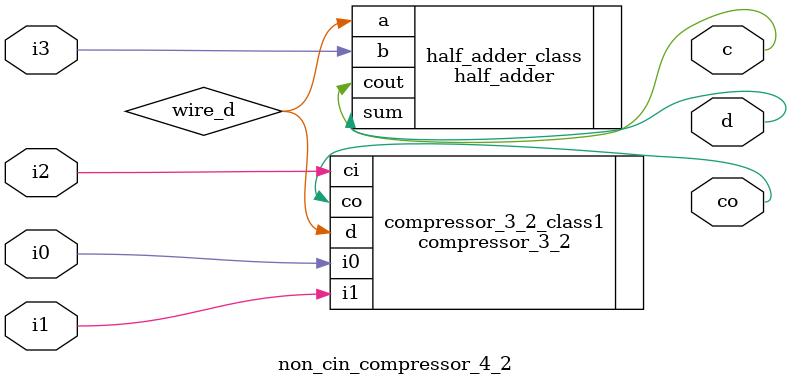
<source format=v>
`timescale 1ns / 1ps

// Resource: 
//-----------------------------------------------------------------------------------
//|  Module /Gate           | Module count | Transistor counts per Module  | Total  |
//-----------------------------------------------------------------------------------
//|  compressor_3_2         | 1            | 32                            | 32     |
//|  half_adder             | 1            | 14                            | 14     |
//-----------------------------------------------------------------------------------
//|  summary                | 2            | **                            | 46     |
//-----------------------------------------------------------------------------------

// Counting resources from the gate-level circuit perspective
// Resource:     //--------------------------------------------
                 //|  Gate  |  Gate count  | Transistor count  |
                 //--------------------------------------------
                 //|  AND   |  1           | 6                 | 
                 //|  OR    |  0           | 0                 |
                 //|  NOT   |  2           | 4                 |  
                 //|  NAND  |  3           | 12                |
                 //|  NOR   |  2           | 8                 | 
                 //|  AOI4  |  2           | 16                |
                 //|  XNOR  |  0           | 0                 |
                 //|  XOR   |  0           | 0                 |
                 //---------------------------------------------
                 //| summary|  14          | 46                |
                 //---------------------------------------------
//////////////////////////////////////////////////////////////////////////////////
module non_cin_compressor_4_2(
        input   wire    i0  ,
        input   wire    i1  ,
        input   wire    i2  ,
        input   wire    i3  ,
        
        output  wire    co  ,
        output  wire    c   ,
        output  wire    d
    );
    
    wire    wire_d      ;  //3:2压缩器和半加器之间的连线
    
    //第一个3:2压缩器
    compressor_3_2 compressor_3_2_class1(
        .i0     (i0),
        .i1     (i1),
        .ci     (i2),

        .co     (co),
        .d      (wire_d)
    );
    
    //不考虑进位输入,第二级直接使用半加器即可
    half_adder half_adder_class(
        .a   (wire_d),
        .b   (i3),

        .cout(c),
        .sum (d)
    );
    
    
    
    
endmodule

</source>
